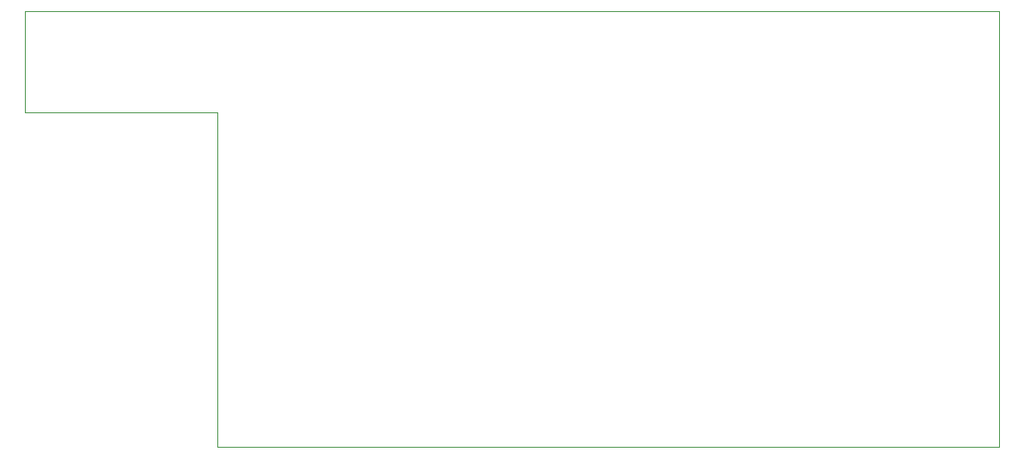
<source format=gbr>
%TF.GenerationSoftware,KiCad,Pcbnew,8.0.2-8.0.2-0~ubuntu22.04.1*%
%TF.CreationDate,2024-05-11T00:12:29+03:00*%
%TF.ProjectId,outdoor-module,6f757464-6f6f-4722-9d6d-6f64756c652e,rev?*%
%TF.SameCoordinates,Original*%
%TF.FileFunction,Profile,NP*%
%FSLAX46Y46*%
G04 Gerber Fmt 4.6, Leading zero omitted, Abs format (unit mm)*
G04 Created by KiCad (PCBNEW 8.0.2-8.0.2-0~ubuntu22.04.1) date 2024-05-11 00:12:29*
%MOMM*%
%LPD*%
G01*
G04 APERTURE LIST*
%TA.AperFunction,Profile*%
%ADD10C,0.100000*%
%TD*%
G04 APERTURE END LIST*
D10*
X137000000Y-40000000D02*
X60000000Y-40000000D01*
X60000000Y-83000000D02*
X137000000Y-83000000D01*
X41000000Y-40000000D02*
X41000000Y-50000000D01*
X41000000Y-50000000D02*
X60000000Y-50000000D01*
X60000000Y-50000000D02*
X60000000Y-83000000D01*
X60000000Y-40000000D02*
X41000000Y-40000000D01*
X137000000Y-83000000D02*
X137000000Y-40000000D01*
M02*

</source>
